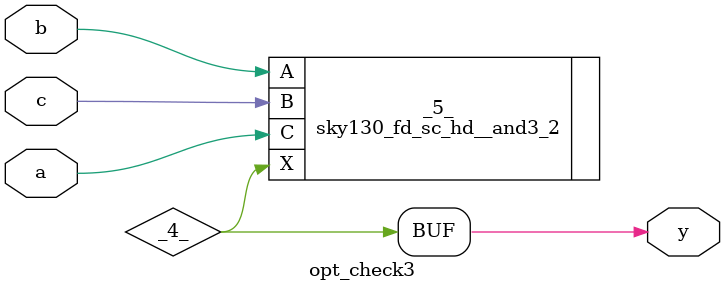
<source format=v>
/* Generated by Yosys 0.7 (git sha1 61f6811, gcc 6.2.0-11ubuntu1 -O2 -fdebug-prefix-map=/build/yosys-OIL3SR/yosys-0.7=. -fstack-protector-strong -fPIC -Os) */

module opt_check3(a, b, c, y);
  wire _0_;
  wire _1_;
  wire _2_;
  wire _3_;
  wire _4_;
  input a;
  input b;
  input c;
  output y;
  sky130_fd_sc_hd__and3_2 _5_ (
    .A(_1_),
    .B(_2_),
    .C(_3_),
    .X(_4_)
  );
  assign _1_ = b;
  assign _2_ = c;
  assign _3_ = a;
  assign y = _4_;
endmodule

</source>
